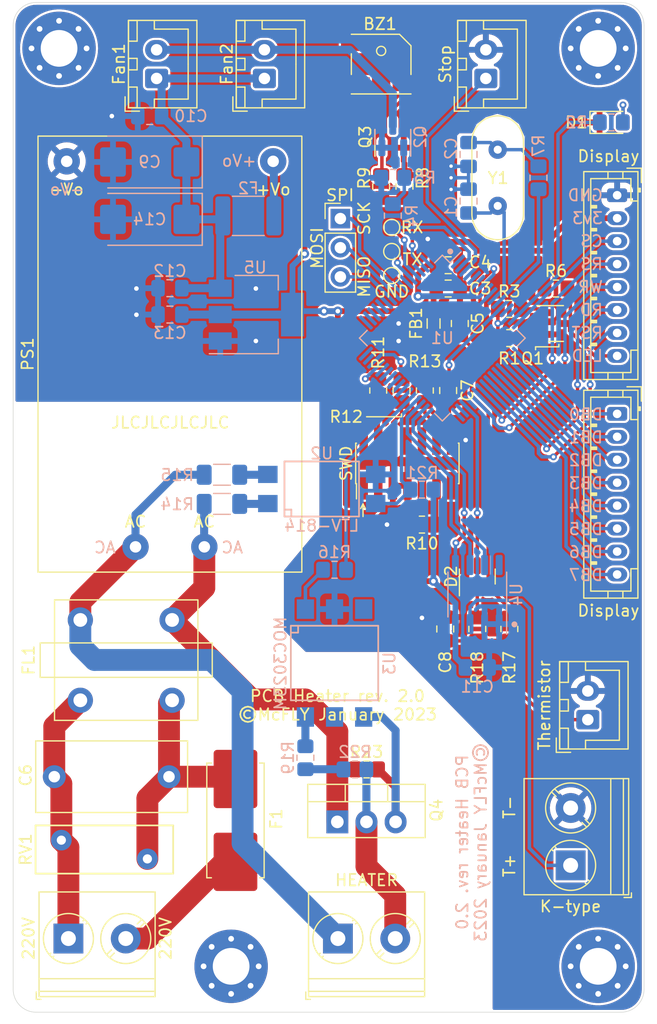
<source format=kicad_pcb>
(kicad_pcb (version 20211014) (generator pcbnew)

  (general
    (thickness 1.6)
  )

  (paper "A4")
  (layers
    (0 "F.Cu" signal)
    (31 "B.Cu" signal)
    (32 "B.Adhes" user "B.Adhesive")
    (33 "F.Adhes" user "F.Adhesive")
    (34 "B.Paste" user)
    (35 "F.Paste" user)
    (36 "B.SilkS" user "B.Silkscreen")
    (37 "F.SilkS" user "F.Silkscreen")
    (38 "B.Mask" user)
    (39 "F.Mask" user)
    (40 "Dwgs.User" user "User.Drawings")
    (41 "Cmts.User" user "User.Comments")
    (42 "Eco1.User" user "User.Eco1")
    (43 "Eco2.User" user "User.Eco2")
    (44 "Edge.Cuts" user)
    (45 "Margin" user)
    (46 "B.CrtYd" user "B.Courtyard")
    (47 "F.CrtYd" user "F.Courtyard")
    (48 "B.Fab" user)
    (49 "F.Fab" user)
    (50 "User.1" user)
    (51 "User.2" user)
  )

  (setup
    (stackup
      (layer "F.SilkS" (type "Top Silk Screen") (color "White"))
      (layer "F.Paste" (type "Top Solder Paste"))
      (layer "F.Mask" (type "Top Solder Mask") (color "Black") (thickness 0.01))
      (layer "F.Cu" (type "copper") (thickness 0.035))
      (layer "dielectric 1" (type "core") (thickness 1.51) (material "FR4") (epsilon_r 4.5) (loss_tangent 0.02))
      (layer "B.Cu" (type "copper") (thickness 0.035))
      (layer "B.Mask" (type "Bottom Solder Mask") (color "Black") (thickness 0.01))
      (layer "B.Paste" (type "Bottom Solder Paste"))
      (layer "B.SilkS" (type "Bottom Silk Screen") (color "White"))
      (copper_finish "None")
      (dielectric_constraints no)
    )
    (pad_to_mask_clearance 0)
    (pcbplotparams
      (layerselection 0x00010fc_ffffffff)
      (disableapertmacros false)
      (usegerberextensions false)
      (usegerberattributes true)
      (usegerberadvancedattributes true)
      (creategerberjobfile true)
      (svguseinch false)
      (svgprecision 6)
      (excludeedgelayer true)
      (plotframeref false)
      (viasonmask false)
      (mode 1)
      (useauxorigin false)
      (hpglpennumber 1)
      (hpglpenspeed 20)
      (hpglpendiameter 15.000000)
      (dxfpolygonmode true)
      (dxfimperialunits true)
      (dxfusepcbnewfont true)
      (psnegative false)
      (psa4output false)
      (plotreference true)
      (plotvalue true)
      (plotinvisibletext false)
      (sketchpadsonfab false)
      (subtractmaskfromsilk false)
      (outputformat 1)
      (mirror false)
      (drillshape 1)
      (scaleselection 1)
      (outputdirectory "")
    )
  )

  (net 0 "")
  (net 1 "+3V3")
  (net 2 "Net-(BZ1-Pad2)")
  (net 3 "Net-(C1-Pad1)")
  (net 4 "GND")
  (net 5 "Net-(C2-Pad1)")
  (net 6 "VDDA")
  (net 7 "Net-(C6-Pad1)")
  (net 8 "Net-(C6-Pad2)")
  (net 9 "NRST")
  (net 10 "Net-(C8-Pad1)")
  (net 11 "+12V")
  (net 12 "Net-(D1-Pad2)")
  (net 13 "THERM")
  (net 14 "Net-(F1-Pad1)")
  (net 15 "Net-(F2-Pad1)")
  (net 16 "Net-(FL1-Pad2)")
  (net 17 "Net-(FL1-Pad4)")
  (net 18 "LCD_CS")
  (net 19 "LCD_RS")
  (net 20 "LCD_WR")
  (net 21 "LCD_RD")
  (net 22 "LCD_RST")
  (net 23 "LCD_LED")
  (net 24 "LCD_SCK")
  (net 25 "LCD_MOSI")
  (net 26 "LCD_MISO")
  (net 27 "STOP")
  (net 28 "Net-(J4-Pad2)")
  (net 29 "unconnected-(J7-Pad1)")
  (net 30 "unconnected-(J7-Pad2)")
  (net 31 "Net-(J7-Pad4)")
  (net 32 "Net-(J7-Pad6)")
  (net 33 "unconnected-(J7-Pad8)")
  (net 34 "unconnected-(J7-Pad9)")
  (net 35 "unconnected-(J7-Pad10)")
  (net 36 "Net-(J7-Pad11)")
  (net 37 "Net-(J7-Pad12)")
  (net 38 "unconnected-(J7-Pad13)")
  (net 39 "unconnected-(J7-Pad14)")
  (net 40 "Net-(J8-Pad2)")
  (net 41 "Net-(J10-Pad1)")
  (net 42 "Net-(Q1-Pad1)")
  (net 43 "Net-(Q2-Pad1)")
  (net 44 "Net-(Q3-Pad1)")
  (net 45 "Net-(Q4-Pad3)")
  (net 46 "LCD_LED_CTRL")
  (net 47 "LED_STATUS")
  (net 48 "FAN_PWM")
  (net 49 "Net-(R7-Pad1)")
  (net 50 "BUZZER")
  (net 51 "SWDIO")
  (net 52 "SWCLK")
  (net 53 "Net-(R14-Pad1)")
  (net 54 "Net-(R15-Pad1)")
  (net 55 "Net-(R16-Pad1)")
  (net 56 "GATE_CONTROL")
  (net 57 "Net-(R19-Pad1)")
  (net 58 "Net-(R19-Pad2)")
  (net 59 "ZERO_CROSS")
  (net 60 "/UART_TX")
  (net 61 "/UART_RX")
  (net 62 "unconnected-(U1-Pad1)")
  (net 63 "unconnected-(U1-Pad4)")
  (net 64 "unconnected-(U1-Pad5)")
  (net 65 "unconnected-(U1-Pad13)")
  (net 66 "unconnected-(U1-Pad29)")
  (net 67 "unconnected-(U1-Pad31)")
  (net 68 "unconnected-(U1-Pad32)")
  (net 69 "MAX_SCK")
  (net 70 "MAX_MISO")
  (net 71 "MAX_CS")
  (net 72 "unconnected-(U1-Pad38)")
  (net 73 "unconnected-(U1-Pad39)")
  (net 74 "unconnected-(U1-Pad40)")
  (net 75 "unconnected-(U1-Pad41)")
  (net 76 "unconnected-(U1-Pad42)")
  (net 77 "unconnected-(U1-Pad43)")
  (net 78 "unconnected-(U1-Pad44)")
  (net 79 "unconnected-(U1-Pad47)")
  (net 80 "unconnected-(U1-Pad48)")
  (net 81 "unconnected-(U1-Pad49)")
  (net 82 "unconnected-(U1-Pad50)")
  (net 83 "unconnected-(U1-Pad51)")
  (net 84 "unconnected-(U1-Pad52)")
  (net 85 "unconnected-(U1-Pad53)")
  (net 86 "unconnected-(U1-Pad58)")
  (net 87 "unconnected-(U1-Pad59)")
  (net 88 "unconnected-(U1-Pad62)")
  (net 89 "unconnected-(U1-Pad64)")
  (net 90 "unconnected-(U3-Pad5)")
  (net 91 "unconnected-(U3-Pad3)")
  (net 92 "unconnected-(U1-Pad54)")
  (net 93 "/DB0")
  (net 94 "/DB1")
  (net 95 "/DB2")
  (net 96 "/DB3")
  (net 97 "/DB4")
  (net 98 "/DB5")
  (net 99 "/DB6")
  (net 100 "/DB7")

  (footprint "TerminalBlock_Phoenix:TerminalBlock_Phoenix_PT-1,5-2-5.0-H_1x02_P5.00mm_Horizontal" (layer "F.Cu") (at 148.598 125.202 90))

  (footprint "Resistor_SMD:R_0805_2012Metric_Pad1.20x1.40mm_HandSolder" (layer "F.Cu") (at 133.858 83.82 -90))

  (footprint "Resistor_SMD:R_0805_2012Metric_Pad1.20x1.40mm_HandSolder" (layer "F.Cu") (at 140.462 104.60075 90))

  (footprint "Capacitor_SMD:C_0805_2012Metric_Pad1.18x1.45mm_HandSolder" (layer "F.Cu") (at 137.668 104.60075 90))

  (footprint "Capacitor_SMD:C_0805_2012Metric_Pad1.18x1.45mm_HandSolder" (layer "F.Cu") (at 137.922 83.82 -90))

  (footprint "Resistor_SMD:R_0805_2012Metric_Pad1.20x1.40mm_HandSolder" (layer "F.Cu") (at 135.636 95.504 180))

  (footprint "Connector_JST:JST_XH_B2B-XH-A_1x02_P2.50mm_Vertical" (layer "F.Cu") (at 141.207 56.622 90))

  (footprint "my_additions:OSC-TH_L10.0-W4.5-P5.00" (layer "F.Cu") (at 142.24 65.278 90))

  (footprint "Resistor_SMD:R_0805_2012Metric_Pad1.20x1.40mm_HandSolder" (layer "F.Cu") (at 147.32 74.93))

  (footprint "Package_TO_SOT_SMD:SOT-23" (layer "F.Cu") (at 133.096 61.722 90))

  (footprint "Resistor_SMD:R_0805_2012Metric_Pad1.20x1.40mm_HandSolder" (layer "F.Cu") (at 135.89 83.82 -90))

  (footprint "MountingHole:MountingHole_3.2mm_M3_Pad_Via" (layer "F.Cu") (at 104 54))

  (footprint "Capacitor_SMD:C_0805_2012Metric_Pad1.18x1.45mm_HandSolder" (layer "F.Cu") (at 138.938 77.978 90))

  (footprint "Capacitor_SMD:C_0805_2012Metric_Pad1.18x1.45mm_HandSolder" (layer "F.Cu") (at 137.922 74.93))

  (footprint "Connector_PinHeader_1.27mm:PinHeader_2x07_P1.27mm_Vertical_SMD" (layer "F.Cu") (at 134.366 90.17 90))

  (footprint "my_additions:Converter_ACDC_HiLink_HLK-5Mxx" (layer "F.Cu") (at 113.665 80.645 90))

  (footprint "Resistor_SMD:R_0805_2012Metric_Pad1.20x1.40mm_HandSolder" (layer "F.Cu") (at 134.112 66.039999 90))

  (footprint "Connector_PinHeader_2.54mm:PinHeader_1x03_P2.54mm_Vertical" (layer "F.Cu") (at 128.524 68.834))

  (footprint "Capacitor_SMD:C_0805_2012Metric_Pad1.18x1.45mm_HandSolder" (layer "F.Cu") (at 137.922 72.898))

  (footprint "my_additions:L_CommonMode_7x8mm" (layer "F.Cu") (at 109.855 107.315 90))

  (footprint "Package_TO_SOT_SMD:SOT-23" (layer "F.Cu") (at 147.32 77.978))

  (footprint "TestPoint:TestPoint_Pad_D1.0mm" (layer "F.Cu") (at 133 69.6))

  (footprint "MountingHole:MountingHole_3.2mm_M3_Pad_Via" (layer "F.Cu") (at 151 54))

  (footprint "Connector_JST:JST_PH_B8B-PH-K_1x08_P2.00mm_Vertical" (layer "F.Cu") (at 152.654 85.852 -90))

  (footprint "Inductor_SMD:L_0805_2012Metric_Pad1.05x1.20mm_HandSolder" (layer "F.Cu") (at 136.652 77.978 -90))

  (footprint "Connector_JST:JST_XH_B2B-XH-A_1x02_P2.50mm_Vertical" (layer "F.Cu") (at 150.096999 112.502 90))

  (footprint "TerminalBlock_Phoenix:TerminalBlock_Phoenix_PT-1,5-2-5.0-H_1x02_P5.00mm_Horizontal" (layer "F.Cu") (at 128.31 131.58))

  (footprint "Connector_JST:JST_PH_B8B-PH-K_1x08_P2.00mm_Vertical" (layer "F.Cu") (at 152.654 66.802 -90))

  (footprint "LED_SMD:LED_0805_2012Metric_Pad1.15x1.40mm_HandSolder" (layer "F.Cu") (at 152.146 60.452))

  (footprint "TestPoint:TestPoint_Pad_D1.0mm" (layer "F.Cu") (at 133 71.7))

  (footprint "Resistor_SMD:R_0805_2012Metric_Pad1.20x1.40mm_HandSolder" (layer "F.Cu") (at 131.826 83.82 -90))

  (footprint "Package_TO_SOT_SMD:SOT-23" (layer "F.Cu") (at 140.462 100.02875 90))

  (footprint "Resistor_SMD:R_0805_2012Metric_Pad1.20x1.40mm_HandSolder" (layer "F.Cu") (at 143.256 104.60075 -90))

  (footprint "Resistor_SMD:R_0805_2012Metric_Pad1.20x1.40mm_HandSolder" (layer "F.Cu") (at 143.256 76.708 180))

  (footprint "my_additions:Fuse_1808_0451_Holder_HandSolder" (layer "F.Cu") (at 119.38 121.285 90))

  (footprint "TerminalBlock_Phoenix:TerminalBlock_Phoenix_PT-1,5-2-5.0-H_1x02_P5.00mm_Horizontal" (layer "F.Cu") (at 104.815 131.58))

  (footprint "Resistor_SMD:R_0805_2012Metric_Pad1.20x1.40mm_HandSolder" (layer "F.Cu") (at 143.256 79.248))

  (footprint "my_additions:Buzzer_5020" (layer "F.Cu") (at 132.08 55.372))

  (footprint "Resistor_SMD:R_0805_2012Metric_Pad1.20x1.40mm_HandSolder" (layer "F.Cu") (at 130.81 116.84))

  (footprint "Package_TO_SOT_THT:TO-220-3_Vertical" (layer "F.Cu") (at 128.26 121.412))

  (footprint "TestPoint:TestPoint_Pad_D1.0mm" (layer "F.Cu") (at 133 73.8))

  (footprint "Resistor_SMD:R_0805_2012Metric_Pad1.20x1.40mm_HandSolder" (layer "F.Cu") (at 132.08 66.039999 -90))

  (footprint "Connector_JST:JST_XH_B2B-XH-A_1x02_P2.50mm_Vertical" (layer "F.Cu") (at 121.902999 56.622 90))

  (footprint "MountingHole:MountingHole_3.2mm_M3_Pad_Via" (layer "F.Cu") (at 151 134))

  (footprint "Connector_JST:JST_XH_B2B-XH-A_1x02_P2.50mm_Vertical" (layer "F.Cu") (at 112.505 56.622 90))

  (footprint "Varistor:RV_Disc_D12mm_W4.2mm_P7.5mm" (layer "F.Cu") (at 104.2 123.005))

  (footprint "MountingHole:MountingHole_3.2mm_M3_Pad_Via" (layer "F.Cu") (at 119 134))

  (footprint "Capacitor_THT:C_Rect_L13.0mm_W6.0mm_P10.00mm_FKS3_FKP3_MKS4" (layer "F.Cu") (at 103.585 117.475))

  (footprint "Resistor_SMD:R_0805_2012Metric_Pad1.20x1.40mm_HandSolder" (layer "B.Cu") (at 133.096 65.278 180))

  (footprint "Fuse:Fuse_1812_4532Metric_Pad1.30x3.40mm_HandSolder" (layer "B.Cu") (at 120.5 68.6 180))

  (footprint "my_additions:OPTO-SMD4" (layer "B.Cu") (at 126.9 92.4 90))

  (footprint "Resistor_SMD:R_0805_2012Metric_Pad1.20x1.40mm_HandSolder" (layer "B.Cu")
    (tedit 5F68FEEE) (tstamp 1c72764a-7863-4dd9-971c-653d074247de)
    (at 129.794 116.84 180)
    (descr "Resistor SMD 0805 (2012 Metric), square (rectangular) end terminal, IPC_7351 nominal with elongated pad for handsoldering. (Body size source: IPC-SM-782 page 72, https://www.pcb-3d.com/wordpress/wp-content/uploads/ipc-sm-782a_amendment_1_and_2.pdf), generated with kicad-footprint-generator")
    (tags "resistor handsolder")
    (property "Sheetfile" "pcb-heater.kicad_sch")
    (property "Sheetname" "")
    (path "/00000000-0000-0000-0000-000061e906d6")
    (attr smd)
    (fp_text reference "R22" (at 0 1.524) (layer "B.SilkS")
      (effects (font (size 1 1) (thickness 0.15)) (
... [802289 chars truncated]
</source>
